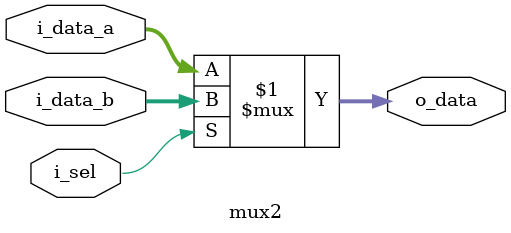
<source format=v>
`timescale 1ps / 1ps

module mux2 #(
    parameter NB = 32
) (
    input wire [NB-1:0] i_data_a,
    input wire [NB-1:0] i_data_b,
    input wire i_sel,
    output wire [NB-1:0] o_data
);

  assign o_data = i_sel ? i_data_b : i_data_a;
endmodule

</source>
